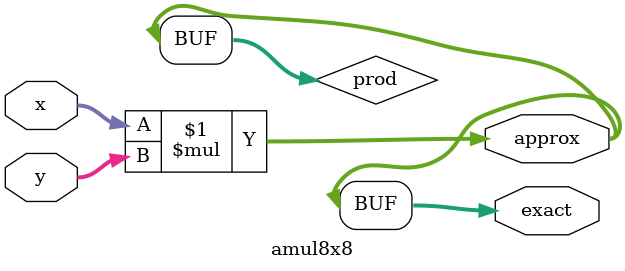
<source format=v>
module amul8x8 #(parameter DROP = 0)(
    input signed [7:0] x,
    input signed [7:0] y,
    output signed [15:0] exact,
    output signed [15:0] approx
);
    wire signed [15:0] prod;
    assign prod = x * y;
    assign exact = prod;
    assign approx = (DROP == 0) ? prod : (prod & (~((1 << DROP) - 1)));
endmodule

</source>
